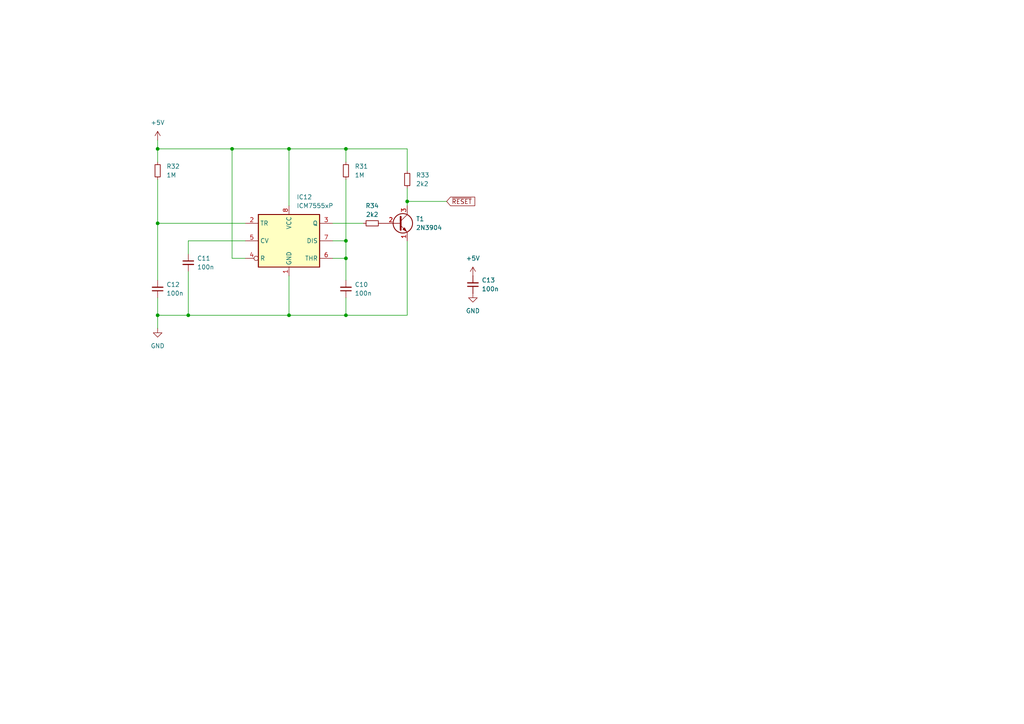
<source format=kicad_sch>
(kicad_sch
	(version 20231120)
	(generator "eeschema")
	(generator_version "8.0")
	(uuid "f11cc3a8-c8e2-4d8b-aa10-7c77c38c1199")
	(paper "A4")
	(lib_symbols
		(symbol "Device:C_Small"
			(pin_numbers hide)
			(pin_names
				(offset 0.254) hide)
			(exclude_from_sim no)
			(in_bom yes)
			(on_board yes)
			(property "Reference" "C"
				(at 0.254 1.778 0)
				(effects
					(font
						(size 1.27 1.27)
					)
					(justify left)
				)
			)
			(property "Value" "C_Small"
				(at 0.254 -2.032 0)
				(effects
					(font
						(size 1.27 1.27)
					)
					(justify left)
				)
			)
			(property "Footprint" ""
				(at 0 0 0)
				(effects
					(font
						(size 1.27 1.27)
					)
					(hide yes)
				)
			)
			(property "Datasheet" "~"
				(at 0 0 0)
				(effects
					(font
						(size 1.27 1.27)
					)
					(hide yes)
				)
			)
			(property "Description" "Unpolarized capacitor, small symbol"
				(at 0 0 0)
				(effects
					(font
						(size 1.27 1.27)
					)
					(hide yes)
				)
			)
			(property "ki_keywords" "capacitor cap"
				(at 0 0 0)
				(effects
					(font
						(size 1.27 1.27)
					)
					(hide yes)
				)
			)
			(property "ki_fp_filters" "C_*"
				(at 0 0 0)
				(effects
					(font
						(size 1.27 1.27)
					)
					(hide yes)
				)
			)
			(symbol "C_Small_0_1"
				(polyline
					(pts
						(xy -1.524 -0.508) (xy 1.524 -0.508)
					)
					(stroke
						(width 0.3302)
						(type default)
					)
					(fill
						(type none)
					)
				)
				(polyline
					(pts
						(xy -1.524 0.508) (xy 1.524 0.508)
					)
					(stroke
						(width 0.3048)
						(type default)
					)
					(fill
						(type none)
					)
				)
			)
			(symbol "C_Small_1_1"
				(pin passive line
					(at 0 2.54 270)
					(length 2.032)
					(name "~"
						(effects
							(font
								(size 1.27 1.27)
							)
						)
					)
					(number "1"
						(effects
							(font
								(size 1.27 1.27)
							)
						)
					)
				)
				(pin passive line
					(at 0 -2.54 90)
					(length 2.032)
					(name "~"
						(effects
							(font
								(size 1.27 1.27)
							)
						)
					)
					(number "2"
						(effects
							(font
								(size 1.27 1.27)
							)
						)
					)
				)
			)
		)
		(symbol "Device:R_Small"
			(pin_numbers hide)
			(pin_names
				(offset 0.254) hide)
			(exclude_from_sim no)
			(in_bom yes)
			(on_board yes)
			(property "Reference" "R"
				(at 0.762 0.508 0)
				(effects
					(font
						(size 1.27 1.27)
					)
					(justify left)
				)
			)
			(property "Value" "R_Small"
				(at 0.762 -1.016 0)
				(effects
					(font
						(size 1.27 1.27)
					)
					(justify left)
				)
			)
			(property "Footprint" ""
				(at 0 0 0)
				(effects
					(font
						(size 1.27 1.27)
					)
					(hide yes)
				)
			)
			(property "Datasheet" "~"
				(at 0 0 0)
				(effects
					(font
						(size 1.27 1.27)
					)
					(hide yes)
				)
			)
			(property "Description" "Resistor, small symbol"
				(at 0 0 0)
				(effects
					(font
						(size 1.27 1.27)
					)
					(hide yes)
				)
			)
			(property "ki_keywords" "R resistor"
				(at 0 0 0)
				(effects
					(font
						(size 1.27 1.27)
					)
					(hide yes)
				)
			)
			(property "ki_fp_filters" "R_*"
				(at 0 0 0)
				(effects
					(font
						(size 1.27 1.27)
					)
					(hide yes)
				)
			)
			(symbol "R_Small_0_1"
				(rectangle
					(start -0.762 1.778)
					(end 0.762 -1.778)
					(stroke
						(width 0.2032)
						(type default)
					)
					(fill
						(type none)
					)
				)
			)
			(symbol "R_Small_1_1"
				(pin passive line
					(at 0 2.54 270)
					(length 0.762)
					(name "~"
						(effects
							(font
								(size 1.27 1.27)
							)
						)
					)
					(number "1"
						(effects
							(font
								(size 1.27 1.27)
							)
						)
					)
				)
				(pin passive line
					(at 0 -2.54 90)
					(length 0.762)
					(name "~"
						(effects
							(font
								(size 1.27 1.27)
							)
						)
					)
					(number "2"
						(effects
							(font
								(size 1.27 1.27)
							)
						)
					)
				)
			)
		)
		(symbol "Timer:ICM7555xP"
			(exclude_from_sim no)
			(in_bom yes)
			(on_board yes)
			(property "Reference" "U"
				(at -10.16 8.89 0)
				(effects
					(font
						(size 1.27 1.27)
					)
					(justify left)
				)
			)
			(property "Value" "ICM7555xP"
				(at 2.54 8.89 0)
				(effects
					(font
						(size 1.27 1.27)
					)
					(justify left)
				)
			)
			(property "Footprint" "Package_DIP:DIP-8_W7.62mm"
				(at 16.51 -10.16 0)
				(effects
					(font
						(size 1.27 1.27)
					)
					(hide yes)
				)
			)
			(property "Datasheet" "http://www.intersil.com/content/dam/Intersil/documents/icm7/icm7555-56.pdf"
				(at 21.59 -10.16 0)
				(effects
					(font
						(size 1.27 1.27)
					)
					(hide yes)
				)
			)
			(property "Description" "CMOS General Purpose Timer, 555 compatible, PDIP-8"
				(at 0 0 0)
				(effects
					(font
						(size 1.27 1.27)
					)
					(hide yes)
				)
			)
			(property "ki_keywords" "single timer 555"
				(at 0 0 0)
				(effects
					(font
						(size 1.27 1.27)
					)
					(hide yes)
				)
			)
			(property "ki_fp_filters" "DIP*W7.62mm*"
				(at 0 0 0)
				(effects
					(font
						(size 1.27 1.27)
					)
					(hide yes)
				)
			)
			(symbol "ICM7555xP_0_0"
				(pin power_in line
					(at 0 -10.16 90)
					(length 2.54)
					(name "GND"
						(effects
							(font
								(size 1.27 1.27)
							)
						)
					)
					(number "1"
						(effects
							(font
								(size 1.27 1.27)
							)
						)
					)
				)
				(pin power_in line
					(at 0 10.16 270)
					(length 2.54)
					(name "VCC"
						(effects
							(font
								(size 1.27 1.27)
							)
						)
					)
					(number "8"
						(effects
							(font
								(size 1.27 1.27)
							)
						)
					)
				)
			)
			(symbol "ICM7555xP_0_1"
				(rectangle
					(start -8.89 -7.62)
					(end 8.89 7.62)
					(stroke
						(width 0.254)
						(type default)
					)
					(fill
						(type background)
					)
				)
				(rectangle
					(start -8.89 -7.62)
					(end 8.89 7.62)
					(stroke
						(width 0.254)
						(type default)
					)
					(fill
						(type background)
					)
				)
			)
			(symbol "ICM7555xP_1_1"
				(pin input line
					(at -12.7 5.08 0)
					(length 3.81)
					(name "TR"
						(effects
							(font
								(size 1.27 1.27)
							)
						)
					)
					(number "2"
						(effects
							(font
								(size 1.27 1.27)
							)
						)
					)
				)
				(pin output line
					(at 12.7 5.08 180)
					(length 3.81)
					(name "Q"
						(effects
							(font
								(size 1.27 1.27)
							)
						)
					)
					(number "3"
						(effects
							(font
								(size 1.27 1.27)
							)
						)
					)
				)
				(pin input inverted
					(at -12.7 -5.08 0)
					(length 3.81)
					(name "R"
						(effects
							(font
								(size 1.27 1.27)
							)
						)
					)
					(number "4"
						(effects
							(font
								(size 1.27 1.27)
							)
						)
					)
				)
				(pin input line
					(at -12.7 0 0)
					(length 3.81)
					(name "CV"
						(effects
							(font
								(size 1.27 1.27)
							)
						)
					)
					(number "5"
						(effects
							(font
								(size 1.27 1.27)
							)
						)
					)
				)
				(pin input line
					(at 12.7 -5.08 180)
					(length 3.81)
					(name "THR"
						(effects
							(font
								(size 1.27 1.27)
							)
						)
					)
					(number "6"
						(effects
							(font
								(size 1.27 1.27)
							)
						)
					)
				)
				(pin input line
					(at 12.7 0 180)
					(length 3.81)
					(name "DIS"
						(effects
							(font
								(size 1.27 1.27)
							)
						)
					)
					(number "7"
						(effects
							(font
								(size 1.27 1.27)
							)
						)
					)
				)
			)
		)
		(symbol "Transistor_BJT:2N3904"
			(pin_names
				(offset 0) hide)
			(exclude_from_sim no)
			(in_bom yes)
			(on_board yes)
			(property "Reference" "Q"
				(at 5.08 1.905 0)
				(effects
					(font
						(size 1.27 1.27)
					)
					(justify left)
				)
			)
			(property "Value" "2N3904"
				(at 5.08 0 0)
				(effects
					(font
						(size 1.27 1.27)
					)
					(justify left)
				)
			)
			(property "Footprint" "Package_TO_SOT_THT:TO-92_Inline"
				(at 5.08 -1.905 0)
				(effects
					(font
						(size 1.27 1.27)
						(italic yes)
					)
					(justify left)
					(hide yes)
				)
			)
			(property "Datasheet" "https://www.onsemi.com/pub/Collateral/2N3903-D.PDF"
				(at 0 0 0)
				(effects
					(font
						(size 1.27 1.27)
					)
					(justify left)
					(hide yes)
				)
			)
			(property "Description" "0.2A Ic, 40V Vce, Small Signal NPN Transistor, TO-92"
				(at 0 0 0)
				(effects
					(font
						(size 1.27 1.27)
					)
					(hide yes)
				)
			)
			(property "ki_keywords" "NPN Transistor"
				(at 0 0 0)
				(effects
					(font
						(size 1.27 1.27)
					)
					(hide yes)
				)
			)
			(property "ki_fp_filters" "TO?92*"
				(at 0 0 0)
				(effects
					(font
						(size 1.27 1.27)
					)
					(hide yes)
				)
			)
			(symbol "2N3904_0_1"
				(polyline
					(pts
						(xy 0.635 0.635) (xy 2.54 2.54)
					)
					(stroke
						(width 0)
						(type default)
					)
					(fill
						(type none)
					)
				)
				(polyline
					(pts
						(xy 0.635 -0.635) (xy 2.54 -2.54) (xy 2.54 -2.54)
					)
					(stroke
						(width 0)
						(type default)
					)
					(fill
						(type none)
					)
				)
				(polyline
					(pts
						(xy 0.635 1.905) (xy 0.635 -1.905) (xy 0.635 -1.905)
					)
					(stroke
						(width 0.508)
						(type default)
					)
					(fill
						(type none)
					)
				)
				(polyline
					(pts
						(xy 1.27 -1.778) (xy 1.778 -1.27) (xy 2.286 -2.286) (xy 1.27 -1.778) (xy 1.27 -1.778)
					)
					(stroke
						(width 0)
						(type default)
					)
					(fill
						(type outline)
					)
				)
				(circle
					(center 1.27 0)
					(radius 2.8194)
					(stroke
						(width 0.254)
						(type default)
					)
					(fill
						(type none)
					)
				)
			)
			(symbol "2N3904_1_1"
				(pin passive line
					(at 2.54 -5.08 90)
					(length 2.54)
					(name "E"
						(effects
							(font
								(size 1.27 1.27)
							)
						)
					)
					(number "1"
						(effects
							(font
								(size 1.27 1.27)
							)
						)
					)
				)
				(pin passive line
					(at -5.08 0 0)
					(length 5.715)
					(name "B"
						(effects
							(font
								(size 1.27 1.27)
							)
						)
					)
					(number "2"
						(effects
							(font
								(size 1.27 1.27)
							)
						)
					)
				)
				(pin passive line
					(at 2.54 5.08 270)
					(length 2.54)
					(name "C"
						(effects
							(font
								(size 1.27 1.27)
							)
						)
					)
					(number "3"
						(effects
							(font
								(size 1.27 1.27)
							)
						)
					)
				)
			)
		)
		(symbol "power:+5V"
			(power)
			(pin_numbers hide)
			(pin_names
				(offset 0) hide)
			(exclude_from_sim no)
			(in_bom yes)
			(on_board yes)
			(property "Reference" "#PWR"
				(at 0 -3.81 0)
				(effects
					(font
						(size 1.27 1.27)
					)
					(hide yes)
				)
			)
			(property "Value" "+5V"
				(at 0 3.556 0)
				(effects
					(font
						(size 1.27 1.27)
					)
				)
			)
			(property "Footprint" ""
				(at 0 0 0)
				(effects
					(font
						(size 1.27 1.27)
					)
					(hide yes)
				)
			)
			(property "Datasheet" ""
				(at 0 0 0)
				(effects
					(font
						(size 1.27 1.27)
					)
					(hide yes)
				)
			)
			(property "Description" "Power symbol creates a global label with name \"+5V\""
				(at 0 0 0)
				(effects
					(font
						(size 1.27 1.27)
					)
					(hide yes)
				)
			)
			(property "ki_keywords" "global power"
				(at 0 0 0)
				(effects
					(font
						(size 1.27 1.27)
					)
					(hide yes)
				)
			)
			(symbol "+5V_0_1"
				(polyline
					(pts
						(xy -0.762 1.27) (xy 0 2.54)
					)
					(stroke
						(width 0)
						(type default)
					)
					(fill
						(type none)
					)
				)
				(polyline
					(pts
						(xy 0 0) (xy 0 2.54)
					)
					(stroke
						(width 0)
						(type default)
					)
					(fill
						(type none)
					)
				)
				(polyline
					(pts
						(xy 0 2.54) (xy 0.762 1.27)
					)
					(stroke
						(width 0)
						(type default)
					)
					(fill
						(type none)
					)
				)
			)
			(symbol "+5V_1_1"
				(pin power_in line
					(at 0 0 90)
					(length 0)
					(name "~"
						(effects
							(font
								(size 1.27 1.27)
							)
						)
					)
					(number "1"
						(effects
							(font
								(size 1.27 1.27)
							)
						)
					)
				)
			)
		)
		(symbol "power:GND"
			(power)
			(pin_numbers hide)
			(pin_names
				(offset 0) hide)
			(exclude_from_sim no)
			(in_bom yes)
			(on_board yes)
			(property "Reference" "#PWR"
				(at 0 -6.35 0)
				(effects
					(font
						(size 1.27 1.27)
					)
					(hide yes)
				)
			)
			(property "Value" "GND"
				(at 0 -3.81 0)
				(effects
					(font
						(size 1.27 1.27)
					)
				)
			)
			(property "Footprint" ""
				(at 0 0 0)
				(effects
					(font
						(size 1.27 1.27)
					)
					(hide yes)
				)
			)
			(property "Datasheet" ""
				(at 0 0 0)
				(effects
					(font
						(size 1.27 1.27)
					)
					(hide yes)
				)
			)
			(property "Description" "Power symbol creates a global label with name \"GND\" , ground"
				(at 0 0 0)
				(effects
					(font
						(size 1.27 1.27)
					)
					(hide yes)
				)
			)
			(property "ki_keywords" "global power"
				(at 0 0 0)
				(effects
					(font
						(size 1.27 1.27)
					)
					(hide yes)
				)
			)
			(symbol "GND_0_1"
				(polyline
					(pts
						(xy 0 0) (xy 0 -1.27) (xy 1.27 -1.27) (xy 0 -2.54) (xy -1.27 -1.27) (xy 0 -1.27)
					)
					(stroke
						(width 0)
						(type default)
					)
					(fill
						(type none)
					)
				)
			)
			(symbol "GND_1_1"
				(pin power_in line
					(at 0 0 270)
					(length 0)
					(name "~"
						(effects
							(font
								(size 1.27 1.27)
							)
						)
					)
					(number "1"
						(effects
							(font
								(size 1.27 1.27)
							)
						)
					)
				)
			)
		)
	)
	(junction
		(at 45.72 91.44)
		(diameter 0)
		(color 0 0 0 0)
		(uuid "092fe940-8d5a-4465-9209-c44cff147162")
	)
	(junction
		(at 67.31 43.18)
		(diameter 0)
		(color 0 0 0 0)
		(uuid "0e028949-4647-47a2-ba89-335c5765630f")
	)
	(junction
		(at 83.82 43.18)
		(diameter 0)
		(color 0 0 0 0)
		(uuid "34f663b1-4ebd-4b7b-9552-258b9ffe5f1a")
	)
	(junction
		(at 45.72 43.18)
		(diameter 0)
		(color 0 0 0 0)
		(uuid "96f4b5ef-4db5-4e23-8993-1064f66b9ad7")
	)
	(junction
		(at 100.33 69.85)
		(diameter 0)
		(color 0 0 0 0)
		(uuid "9a5c6096-cef4-4715-8afb-6c77727e3d18")
	)
	(junction
		(at 83.82 91.44)
		(diameter 0)
		(color 0 0 0 0)
		(uuid "9d93f260-ef8a-45fd-906c-b4ec43f53ff0")
	)
	(junction
		(at 118.11 58.42)
		(diameter 0)
		(color 0 0 0 0)
		(uuid "a434ff1a-e439-4110-8600-efa55ec373de")
	)
	(junction
		(at 45.72 64.77)
		(diameter 0)
		(color 0 0 0 0)
		(uuid "c2ae3b7b-d396-438c-bf48-02dd56c8e2b1")
	)
	(junction
		(at 54.61 91.44)
		(diameter 0)
		(color 0 0 0 0)
		(uuid "ca7d8035-887b-4c8b-9ec5-74b78641a6ee")
	)
	(junction
		(at 100.33 43.18)
		(diameter 0)
		(color 0 0 0 0)
		(uuid "cd51e4a3-58ad-455f-af05-074fc191ef60")
	)
	(junction
		(at 100.33 74.93)
		(diameter 0)
		(color 0 0 0 0)
		(uuid "eed96641-22f5-40fa-a4d2-c908a407d36b")
	)
	(junction
		(at 100.33 91.44)
		(diameter 0)
		(color 0 0 0 0)
		(uuid "f68df072-d97a-47d2-b628-8d713abdcb32")
	)
	(wire
		(pts
			(xy 83.82 43.18) (xy 100.33 43.18)
		)
		(stroke
			(width 0)
			(type default)
		)
		(uuid "0244ab54-77bb-40f3-a210-453253f6be03")
	)
	(wire
		(pts
			(xy 45.72 91.44) (xy 54.61 91.44)
		)
		(stroke
			(width 0)
			(type default)
		)
		(uuid "0428df6a-a988-407f-b5c1-c0275d1e633d")
	)
	(wire
		(pts
			(xy 54.61 69.85) (xy 54.61 73.66)
		)
		(stroke
			(width 0)
			(type default)
		)
		(uuid "0c222b31-87ca-4682-a199-a9230bde69f9")
	)
	(wire
		(pts
			(xy 71.12 69.85) (xy 54.61 69.85)
		)
		(stroke
			(width 0)
			(type default)
		)
		(uuid "1274a553-d719-47d1-8ad4-96c3ae4f0755")
	)
	(wire
		(pts
			(xy 45.72 40.64) (xy 45.72 43.18)
		)
		(stroke
			(width 0)
			(type default)
		)
		(uuid "15f20e40-6e2d-40d8-97b4-bb40c54f96c0")
	)
	(wire
		(pts
			(xy 96.52 64.77) (xy 105.41 64.77)
		)
		(stroke
			(width 0)
			(type default)
		)
		(uuid "1fe799f5-d0da-4f5e-85c2-dbe310841632")
	)
	(wire
		(pts
			(xy 100.33 74.93) (xy 96.52 74.93)
		)
		(stroke
			(width 0)
			(type default)
		)
		(uuid "2337ef90-e73b-41b4-8477-c47598460cad")
	)
	(wire
		(pts
			(xy 100.33 69.85) (xy 100.33 74.93)
		)
		(stroke
			(width 0)
			(type default)
		)
		(uuid "25ff14c5-dc54-441f-935e-498f7f1e0a15")
	)
	(wire
		(pts
			(xy 83.82 80.01) (xy 83.82 91.44)
		)
		(stroke
			(width 0)
			(type default)
		)
		(uuid "27b3e09f-97e5-4144-811a-cb04be03d33e")
	)
	(wire
		(pts
			(xy 71.12 74.93) (xy 67.31 74.93)
		)
		(stroke
			(width 0)
			(type default)
		)
		(uuid "28179672-5b12-424d-a5a7-1b92bbdcf586")
	)
	(wire
		(pts
			(xy 45.72 86.36) (xy 45.72 91.44)
		)
		(stroke
			(width 0)
			(type default)
		)
		(uuid "29764748-f69b-44bf-ac46-7c8cb68a905e")
	)
	(wire
		(pts
			(xy 45.72 43.18) (xy 67.31 43.18)
		)
		(stroke
			(width 0)
			(type default)
		)
		(uuid "2bf7caa7-7695-4900-9f38-442d18bcd98d")
	)
	(wire
		(pts
			(xy 100.33 91.44) (xy 118.11 91.44)
		)
		(stroke
			(width 0)
			(type default)
		)
		(uuid "2ce65e47-8eb0-4a82-b1f7-942da33c7e2d")
	)
	(wire
		(pts
			(xy 100.33 74.93) (xy 100.33 81.28)
		)
		(stroke
			(width 0)
			(type default)
		)
		(uuid "41d0e2e5-06fc-4247-a636-4f0050c4c2d9")
	)
	(wire
		(pts
			(xy 118.11 58.42) (xy 129.54 58.42)
		)
		(stroke
			(width 0)
			(type default)
		)
		(uuid "4905027d-c129-4be4-8192-dfe6af19e2bc")
	)
	(wire
		(pts
			(xy 118.11 49.53) (xy 118.11 43.18)
		)
		(stroke
			(width 0)
			(type default)
		)
		(uuid "5728032f-15ba-4849-b889-7680637b60df")
	)
	(wire
		(pts
			(xy 54.61 91.44) (xy 83.82 91.44)
		)
		(stroke
			(width 0)
			(type default)
		)
		(uuid "5b70970f-59ad-4542-9b2c-85eb005e7164")
	)
	(wire
		(pts
			(xy 45.72 95.25) (xy 45.72 91.44)
		)
		(stroke
			(width 0)
			(type default)
		)
		(uuid "6249f1ca-b600-4c49-8815-5917dbed8c9c")
	)
	(wire
		(pts
			(xy 45.72 43.18) (xy 45.72 46.99)
		)
		(stroke
			(width 0)
			(type default)
		)
		(uuid "66f4f404-cde5-40b5-a20c-1487bb04ff48")
	)
	(wire
		(pts
			(xy 45.72 64.77) (xy 71.12 64.77)
		)
		(stroke
			(width 0)
			(type default)
		)
		(uuid "6d8211d7-a903-445e-9567-7bf5ba289534")
	)
	(wire
		(pts
			(xy 96.52 69.85) (xy 100.33 69.85)
		)
		(stroke
			(width 0)
			(type default)
		)
		(uuid "7e295021-867b-4e29-9b29-4248883161fa")
	)
	(wire
		(pts
			(xy 100.33 52.07) (xy 100.33 69.85)
		)
		(stroke
			(width 0)
			(type default)
		)
		(uuid "7e405521-249a-452b-b516-644db19b677a")
	)
	(wire
		(pts
			(xy 67.31 43.18) (xy 83.82 43.18)
		)
		(stroke
			(width 0)
			(type default)
		)
		(uuid "9092d81d-d3e8-4a7c-8067-44f2fd95783c")
	)
	(wire
		(pts
			(xy 54.61 78.74) (xy 54.61 91.44)
		)
		(stroke
			(width 0)
			(type default)
		)
		(uuid "92bec03f-6166-48a1-8af0-139ce7d7d5a8")
	)
	(wire
		(pts
			(xy 45.72 52.07) (xy 45.72 64.77)
		)
		(stroke
			(width 0)
			(type default)
		)
		(uuid "9c76ac8b-c8de-4aab-8015-9fe42f62f4c0")
	)
	(wire
		(pts
			(xy 118.11 91.44) (xy 118.11 69.85)
		)
		(stroke
			(width 0)
			(type default)
		)
		(uuid "9f0cb3ac-39af-45da-a505-9a807e36ac11")
	)
	(wire
		(pts
			(xy 83.82 59.69) (xy 83.82 43.18)
		)
		(stroke
			(width 0)
			(type default)
		)
		(uuid "a087f411-2d4f-4c50-9f83-34345ea6dac0")
	)
	(wire
		(pts
			(xy 45.72 81.28) (xy 45.72 64.77)
		)
		(stroke
			(width 0)
			(type default)
		)
		(uuid "b5a6fd44-30f1-4b46-90ee-36cbdadd9ea8")
	)
	(wire
		(pts
			(xy 118.11 58.42) (xy 118.11 59.69)
		)
		(stroke
			(width 0)
			(type default)
		)
		(uuid "ba0978a6-36c9-478f-8a2e-9baa77e095ca")
	)
	(wire
		(pts
			(xy 83.82 91.44) (xy 100.33 91.44)
		)
		(stroke
			(width 0)
			(type default)
		)
		(uuid "c01d9a15-2c14-44fb-9e31-5b52c899ac59")
	)
	(wire
		(pts
			(xy 100.33 43.18) (xy 100.33 46.99)
		)
		(stroke
			(width 0)
			(type default)
		)
		(uuid "c35a57b5-24c4-4ee0-bda1-6eafce0515ca")
	)
	(wire
		(pts
			(xy 100.33 86.36) (xy 100.33 91.44)
		)
		(stroke
			(width 0)
			(type default)
		)
		(uuid "e24ef5c2-8d60-4216-b79c-2be8bdd55e9d")
	)
	(wire
		(pts
			(xy 118.11 54.61) (xy 118.11 58.42)
		)
		(stroke
			(width 0)
			(type default)
		)
		(uuid "ed1561f7-9d61-4571-af74-c9cbccb0149d")
	)
	(wire
		(pts
			(xy 67.31 74.93) (xy 67.31 43.18)
		)
		(stroke
			(width 0)
			(type default)
		)
		(uuid "f22c5259-4880-4e76-8a9e-bf8ffc258804")
	)
	(wire
		(pts
			(xy 100.33 43.18) (xy 118.11 43.18)
		)
		(stroke
			(width 0)
			(type default)
		)
		(uuid "fb624e79-3680-44ae-a161-465d87bf5110")
	)
	(global_label "~{RESET}"
		(shape input)
		(at 129.54 58.42 0)
		(fields_autoplaced yes)
		(effects
			(font
				(size 1.27 1.27)
			)
			(justify left)
		)
		(uuid "479bda92-ba0c-48f5-b674-88686ead9ee3")
		(property "Intersheetrefs" "${INTERSHEET_REFS}"
			(at 138.2703 58.42 0)
			(effects
				(font
					(size 1.27 1.27)
				)
				(justify left)
				(hide yes)
			)
		)
	)
	(symbol
		(lib_id "power:+5V")
		(at 137.16 80.01 0)
		(unit 1)
		(exclude_from_sim no)
		(in_bom yes)
		(on_board yes)
		(dnp no)
		(fields_autoplaced yes)
		(uuid "17bc6b41-e255-4326-88f3-f59005c54412")
		(property "Reference" "#PWR077"
			(at 137.16 83.82 0)
			(effects
				(font
					(size 1.27 1.27)
				)
				(hide yes)
			)
		)
		(property "Value" "+5V"
			(at 137.16 74.93 0)
			(effects
				(font
					(size 1.27 1.27)
				)
			)
		)
		(property "Footprint" ""
			(at 137.16 80.01 0)
			(effects
				(font
					(size 1.27 1.27)
				)
				(hide yes)
			)
		)
		(property "Datasheet" ""
			(at 137.16 80.01 0)
			(effects
				(font
					(size 1.27 1.27)
				)
				(hide yes)
			)
		)
		(property "Description" "Power symbol creates a global label with name \"+5V\""
			(at 137.16 80.01 0)
			(effects
				(font
					(size 1.27 1.27)
				)
				(hide yes)
			)
		)
		(pin "1"
			(uuid "8d6749a1-d692-41fc-a9b3-93ecc83b826d")
		)
		(instances
			(project "Oriclone"
				(path "/28c317e7-0d18-4677-9992-e0b587dfd665/63180148-f2b8-493c-a0c2-621ce4ec5bd0"
					(reference "#PWR077")
					(unit 1)
				)
			)
		)
	)
	(symbol
		(lib_id "Device:C_Small")
		(at 45.72 83.82 180)
		(unit 1)
		(exclude_from_sim no)
		(in_bom yes)
		(on_board yes)
		(dnp no)
		(fields_autoplaced yes)
		(uuid "18c5f4bb-10f5-4912-b3c5-20e1c5fb39d5")
		(property "Reference" "C12"
			(at 48.26 82.5435 0)
			(effects
				(font
					(size 1.27 1.27)
				)
				(justify right)
			)
		)
		(property "Value" "100n"
			(at 48.26 85.0835 0)
			(effects
				(font
					(size 1.27 1.27)
				)
				(justify right)
			)
		)
		(property "Footprint" "Capacitor_THT:C_Disc_D5.0mm_W2.5mm_P5.00mm"
			(at 45.72 83.82 0)
			(effects
				(font
					(size 1.27 1.27)
				)
				(hide yes)
			)
		)
		(property "Datasheet" "~"
			(at 45.72 83.82 0)
			(effects
				(font
					(size 1.27 1.27)
				)
				(hide yes)
			)
		)
		(property "Description" "Unpolarized capacitor, small symbol"
			(at 45.72 83.82 0)
			(effects
				(font
					(size 1.27 1.27)
				)
				(hide yes)
			)
		)
		(pin "1"
			(uuid "86df3dda-9795-49f4-8a2e-a26d1cf8fb70")
		)
		(pin "2"
			(uuid "8345f7da-c77d-4bdb-baa0-445ea91ca7c7")
		)
		(instances
			(project "Oriclone"
				(path "/28c317e7-0d18-4677-9992-e0b587dfd665/63180148-f2b8-493c-a0c2-621ce4ec5bd0"
					(reference "C12")
					(unit 1)
				)
			)
		)
	)
	(symbol
		(lib_id "Timer:ICM7555xP")
		(at 83.82 69.85 0)
		(unit 1)
		(exclude_from_sim no)
		(in_bom yes)
		(on_board yes)
		(dnp no)
		(fields_autoplaced yes)
		(uuid "20332742-96bd-4408-a9cf-0753105394f1")
		(property "Reference" "IC12"
			(at 86.0141 57.15 0)
			(effects
				(font
					(size 1.27 1.27)
				)
				(justify left)
			)
		)
		(property "Value" "ICM7555xP"
			(at 86.0141 59.69 0)
			(effects
				(font
					(size 1.27 1.27)
				)
				(justify left)
			)
		)
		(property "Footprint" "Package_DIP:DIP-8_W7.62mm"
			(at 100.33 80.01 0)
			(effects
				(font
					(size 1.27 1.27)
				)
				(hide yes)
			)
		)
		(property "Datasheet" "http://www.intersil.com/content/dam/Intersil/documents/icm7/icm7555-56.pdf"
			(at 105.41 80.01 0)
			(effects
				(font
					(size 1.27 1.27)
				)
				(hide yes)
			)
		)
		(property "Description" "CMOS General Purpose Timer, 555 compatible, PDIP-8"
			(at 83.82 69.85 0)
			(effects
				(font
					(size 1.27 1.27)
				)
				(hide yes)
			)
		)
		(pin "1"
			(uuid "5f956d42-aba8-4ae4-bd1e-16d78caf855e")
		)
		(pin "4"
			(uuid "cea46a58-46ba-40f2-b3ae-8d9c420d4dc5")
		)
		(pin "6"
			(uuid "8f058598-aa4d-420f-b783-52a230053f76")
		)
		(pin "8"
			(uuid "8a9b483e-43e7-4548-969b-1cc4f9316f90")
		)
		(pin "3"
			(uuid "5f81acc4-219b-4187-8e93-e7b5b323c381")
		)
		(pin "7"
			(uuid "7e6efb16-5328-4a69-8238-481ac34e1a48")
		)
		(pin "2"
			(uuid "cc8c6d13-2716-4578-b900-dc6ef7f5914b")
		)
		(pin "5"
			(uuid "4b16eb35-0ad3-4a6c-ac8e-6973999da221")
		)
		(instances
			(project ""
				(path "/28c317e7-0d18-4677-9992-e0b587dfd665/63180148-f2b8-493c-a0c2-621ce4ec5bd0"
					(reference "IC12")
					(unit 1)
				)
			)
		)
	)
	(symbol
		(lib_id "Device:R_Small")
		(at 118.11 52.07 180)
		(unit 1)
		(exclude_from_sim no)
		(in_bom yes)
		(on_board yes)
		(dnp no)
		(fields_autoplaced yes)
		(uuid "288669e1-2bcc-4600-9abc-d25f3554ca75")
		(property "Reference" "R33"
			(at 120.65 50.7999 0)
			(effects
				(font
					(size 1.27 1.27)
				)
				(justify right)
			)
		)
		(property "Value" "2k2"
			(at 120.65 53.3399 0)
			(effects
				(font
					(size 1.27 1.27)
				)
				(justify right)
			)
		)
		(property "Footprint" "Resistor_THT:R_Axial_DIN0207_L6.3mm_D2.5mm_P7.62mm_Horizontal"
			(at 118.11 52.07 0)
			(effects
				(font
					(size 1.27 1.27)
				)
				(hide yes)
			)
		)
		(property "Datasheet" "~"
			(at 118.11 52.07 0)
			(effects
				(font
					(size 1.27 1.27)
				)
				(hide yes)
			)
		)
		(property "Description" "Resistor, small symbol"
			(at 118.11 52.07 0)
			(effects
				(font
					(size 1.27 1.27)
				)
				(hide yes)
			)
		)
		(pin "2"
			(uuid "24cd0c5c-dc49-45ce-a1e5-e413954d5288")
		)
		(pin "1"
			(uuid "ce127912-e81b-4b92-bfa1-0be4308efcc1")
		)
		(instances
			(project "Oriclone"
				(path "/28c317e7-0d18-4677-9992-e0b587dfd665/63180148-f2b8-493c-a0c2-621ce4ec5bd0"
					(reference "R33")
					(unit 1)
				)
			)
		)
	)
	(symbol
		(lib_id "power:GND")
		(at 45.72 95.25 0)
		(unit 1)
		(exclude_from_sim no)
		(in_bom yes)
		(on_board yes)
		(dnp no)
		(fields_autoplaced yes)
		(uuid "3a0636a8-cef4-46f0-9618-4d265ccd0ece")
		(property "Reference" "#PWR076"
			(at 45.72 101.6 0)
			(effects
				(font
					(size 1.27 1.27)
				)
				(hide yes)
			)
		)
		(property "Value" "GND"
			(at 45.72 100.33 0)
			(effects
				(font
					(size 1.27 1.27)
				)
			)
		)
		(property "Footprint" ""
			(at 45.72 95.25 0)
			(effects
				(font
					(size 1.27 1.27)
				)
				(hide yes)
			)
		)
		(property "Datasheet" ""
			(at 45.72 95.25 0)
			(effects
				(font
					(size 1.27 1.27)
				)
				(hide yes)
			)
		)
		(property "Description" "Power symbol creates a global label with name \"GND\" , ground"
			(at 45.72 95.25 0)
			(effects
				(font
					(size 1.27 1.27)
				)
				(hide yes)
			)
		)
		(pin "1"
			(uuid "4256adb5-518a-4690-957c-cc99be72885e")
		)
		(instances
			(project ""
				(path "/28c317e7-0d18-4677-9992-e0b587dfd665/63180148-f2b8-493c-a0c2-621ce4ec5bd0"
					(reference "#PWR076")
					(unit 1)
				)
			)
		)
	)
	(symbol
		(lib_id "power:+5V")
		(at 45.72 40.64 0)
		(unit 1)
		(exclude_from_sim no)
		(in_bom yes)
		(on_board yes)
		(dnp no)
		(fields_autoplaced yes)
		(uuid "3b510a04-5744-4e95-ab74-008f329a2a27")
		(property "Reference" "#PWR075"
			(at 45.72 44.45 0)
			(effects
				(font
					(size 1.27 1.27)
				)
				(hide yes)
			)
		)
		(property "Value" "+5V"
			(at 45.72 35.56 0)
			(effects
				(font
					(size 1.27 1.27)
				)
			)
		)
		(property "Footprint" ""
			(at 45.72 40.64 0)
			(effects
				(font
					(size 1.27 1.27)
				)
				(hide yes)
			)
		)
		(property "Datasheet" ""
			(at 45.72 40.64 0)
			(effects
				(font
					(size 1.27 1.27)
				)
				(hide yes)
			)
		)
		(property "Description" "Power symbol creates a global label with name \"+5V\""
			(at 45.72 40.64 0)
			(effects
				(font
					(size 1.27 1.27)
				)
				(hide yes)
			)
		)
		(pin "1"
			(uuid "15409700-3c43-442d-9330-bf79008c7ab9")
		)
		(instances
			(project ""
				(path "/28c317e7-0d18-4677-9992-e0b587dfd665/63180148-f2b8-493c-a0c2-621ce4ec5bd0"
					(reference "#PWR075")
					(unit 1)
				)
			)
		)
	)
	(symbol
		(lib_id "Device:R_Small")
		(at 100.33 49.53 180)
		(unit 1)
		(exclude_from_sim no)
		(in_bom yes)
		(on_board yes)
		(dnp no)
		(fields_autoplaced yes)
		(uuid "40eb7b1b-507c-483e-bdac-bc1a025cf08e")
		(property "Reference" "R31"
			(at 102.87 48.2599 0)
			(effects
				(font
					(size 1.27 1.27)
				)
				(justify right)
			)
		)
		(property "Value" "1M"
			(at 102.87 50.7999 0)
			(effects
				(font
					(size 1.27 1.27)
				)
				(justify right)
			)
		)
		(property "Footprint" "Resistor_THT:R_Axial_DIN0207_L6.3mm_D2.5mm_P7.62mm_Horizontal"
			(at 100.33 49.53 0)
			(effects
				(font
					(size 1.27 1.27)
				)
				(hide yes)
			)
		)
		(property "Datasheet" "~"
			(at 100.33 49.53 0)
			(effects
				(font
					(size 1.27 1.27)
				)
				(hide yes)
			)
		)
		(property "Description" "Resistor, small symbol"
			(at 100.33 49.53 0)
			(effects
				(font
					(size 1.27 1.27)
				)
				(hide yes)
			)
		)
		(pin "2"
			(uuid "edf94883-6e82-4cf6-b760-d8adb8ebebc1")
		)
		(pin "1"
			(uuid "74297932-22c9-45ff-b5de-b73654857d30")
		)
		(instances
			(project "Oriclone"
				(path "/28c317e7-0d18-4677-9992-e0b587dfd665/63180148-f2b8-493c-a0c2-621ce4ec5bd0"
					(reference "R31")
					(unit 1)
				)
			)
		)
	)
	(symbol
		(lib_id "Device:R_Small")
		(at 45.72 49.53 180)
		(unit 1)
		(exclude_from_sim no)
		(in_bom yes)
		(on_board yes)
		(dnp no)
		(fields_autoplaced yes)
		(uuid "45ee45ed-a9ff-4d41-8df9-c23e567cab82")
		(property "Reference" "R32"
			(at 48.26 48.2599 0)
			(effects
				(font
					(size 1.27 1.27)
				)
				(justify right)
			)
		)
		(property "Value" "1M"
			(at 48.26 50.7999 0)
			(effects
				(font
					(size 1.27 1.27)
				)
				(justify right)
			)
		)
		(property "Footprint" "Resistor_THT:R_Axial_DIN0207_L6.3mm_D2.5mm_P7.62mm_Horizontal"
			(at 45.72 49.53 0)
			(effects
				(font
					(size 1.27 1.27)
				)
				(hide yes)
			)
		)
		(property "Datasheet" "~"
			(at 45.72 49.53 0)
			(effects
				(font
					(size 1.27 1.27)
				)
				(hide yes)
			)
		)
		(property "Description" "Resistor, small symbol"
			(at 45.72 49.53 0)
			(effects
				(font
					(size 1.27 1.27)
				)
				(hide yes)
			)
		)
		(pin "2"
			(uuid "66ff7528-c6cb-4d73-8d29-7dfb30b04318")
		)
		(pin "1"
			(uuid "9e173274-4263-41f1-9e55-85bd592f1ce5")
		)
		(instances
			(project "Oriclone"
				(path "/28c317e7-0d18-4677-9992-e0b587dfd665/63180148-f2b8-493c-a0c2-621ce4ec5bd0"
					(reference "R32")
					(unit 1)
				)
			)
		)
	)
	(symbol
		(lib_id "Device:R_Small")
		(at 107.95 64.77 90)
		(unit 1)
		(exclude_from_sim no)
		(in_bom yes)
		(on_board yes)
		(dnp no)
		(fields_autoplaced yes)
		(uuid "47531cb6-06b9-43b8-b5b2-0b37f54fd258")
		(property "Reference" "R34"
			(at 107.95 59.69 90)
			(effects
				(font
					(size 1.27 1.27)
				)
			)
		)
		(property "Value" "2k2"
			(at 107.95 62.23 90)
			(effects
				(font
					(size 1.27 1.27)
				)
			)
		)
		(property "Footprint" "Resistor_THT:R_Axial_DIN0207_L6.3mm_D2.5mm_P7.62mm_Horizontal"
			(at 107.95 64.77 0)
			(effects
				(font
					(size 1.27 1.27)
				)
				(hide yes)
			)
		)
		(property "Datasheet" "~"
			(at 107.95 64.77 0)
			(effects
				(font
					(size 1.27 1.27)
				)
				(hide yes)
			)
		)
		(property "Description" "Resistor, small symbol"
			(at 107.95 64.77 0)
			(effects
				(font
					(size 1.27 1.27)
				)
				(hide yes)
			)
		)
		(pin "2"
			(uuid "50df3329-f934-4f22-850b-8deff3fde5b5")
		)
		(pin "1"
			(uuid "2569ca19-0836-4d3d-80f7-bbc0211fc962")
		)
		(instances
			(project "Oriclone"
				(path "/28c317e7-0d18-4677-9992-e0b587dfd665/63180148-f2b8-493c-a0c2-621ce4ec5bd0"
					(reference "R34")
					(unit 1)
				)
			)
		)
	)
	(symbol
		(lib_id "Transistor_BJT:2N3904")
		(at 115.57 64.77 0)
		(unit 1)
		(exclude_from_sim no)
		(in_bom yes)
		(on_board yes)
		(dnp no)
		(uuid "540315d8-cb8f-48d5-8703-f073438bb4de")
		(property "Reference" "T1"
			(at 120.65 63.4999 0)
			(effects
				(font
					(size 1.27 1.27)
				)
				(justify left)
			)
		)
		(property "Value" "2N3904"
			(at 120.65 66.0399 0)
			(effects
				(font
					(size 1.27 1.27)
				)
				(justify left)
			)
		)
		(property "Footprint" "Package_TO_SOT_THT:TO-92_Inline"
			(at 120.65 66.675 0)
			(effects
				(font
					(size 1.27 1.27)
					(italic yes)
				)
				(justify left)
				(hide yes)
			)
		)
		(property "Datasheet" "https://www.onsemi.com/pub/Collateral/2N3903-D.PDF"
			(at 115.57 64.77 0)
			(effects
				(font
					(size 1.27 1.27)
				)
				(justify left)
				(hide yes)
			)
		)
		(property "Description" "0.2A Ic, 40V Vce, Small Signal NPN Transistor, TO-92"
			(at 115.57 64.77 0)
			(effects
				(font
					(size 1.27 1.27)
				)
				(hide yes)
			)
		)
		(pin "1"
			(uuid "00e9034f-3f5f-4e5c-8765-d02676249922")
		)
		(pin "2"
			(uuid "7a78fd4d-4856-4dcd-b025-5518cbaa4902")
		)
		(pin "3"
			(uuid "dbd07709-f1a1-4313-a8f3-c4bc72e4601e")
		)
		(instances
			(project "Oriclone"
				(path "/28c317e7-0d18-4677-9992-e0b587dfd665/63180148-f2b8-493c-a0c2-621ce4ec5bd0"
					(reference "T1")
					(unit 1)
				)
			)
		)
	)
	(symbol
		(lib_id "Device:C_Small")
		(at 54.61 76.2 0)
		(unit 1)
		(exclude_from_sim no)
		(in_bom yes)
		(on_board yes)
		(dnp no)
		(fields_autoplaced yes)
		(uuid "883fca11-2db1-430c-bcc4-55e4cabde430")
		(property "Reference" "C11"
			(at 57.15 74.9362 0)
			(effects
				(font
					(size 1.27 1.27)
				)
				(justify left)
			)
		)
		(property "Value" "100n"
			(at 57.15 77.4762 0)
			(effects
				(font
					(size 1.27 1.27)
				)
				(justify left)
			)
		)
		(property "Footprint" "Capacitor_THT:C_Disc_D5.0mm_W2.5mm_P5.00mm"
			(at 54.61 76.2 0)
			(effects
				(font
					(size 1.27 1.27)
				)
				(hide yes)
			)
		)
		(property "Datasheet" "~"
			(at 54.61 76.2 0)
			(effects
				(font
					(size 1.27 1.27)
				)
				(hide yes)
			)
		)
		(property "Description" "Unpolarized capacitor, small symbol"
			(at 54.61 76.2 0)
			(effects
				(font
					(size 1.27 1.27)
				)
				(hide yes)
			)
		)
		(pin "1"
			(uuid "dd6f2595-5a93-47e1-ac9b-343d0937516d")
		)
		(pin "2"
			(uuid "29773929-bf85-4524-9718-728a6361bee5")
		)
		(instances
			(project "Oriclone"
				(path "/28c317e7-0d18-4677-9992-e0b587dfd665/63180148-f2b8-493c-a0c2-621ce4ec5bd0"
					(reference "C11")
					(unit 1)
				)
			)
		)
	)
	(symbol
		(lib_id "Device:C_Small")
		(at 137.16 82.55 180)
		(unit 1)
		(exclude_from_sim no)
		(in_bom yes)
		(on_board yes)
		(dnp no)
		(fields_autoplaced yes)
		(uuid "9149687f-ad43-411d-8200-7aa27da74b59")
		(property "Reference" "C13"
			(at 139.7 81.2735 0)
			(effects
				(font
					(size 1.27 1.27)
				)
				(justify right)
			)
		)
		(property "Value" "100n"
			(at 139.7 83.8135 0)
			(effects
				(font
					(size 1.27 1.27)
				)
				(justify right)
			)
		)
		(property "Footprint" "Capacitor_THT:C_Disc_D5.0mm_W2.5mm_P5.00mm"
			(at 137.16 82.55 0)
			(effects
				(font
					(size 1.27 1.27)
				)
				(hide yes)
			)
		)
		(property "Datasheet" "~"
			(at 137.16 82.55 0)
			(effects
				(font
					(size 1.27 1.27)
				)
				(hide yes)
			)
		)
		(property "Description" "Unpolarized capacitor, small symbol"
			(at 137.16 82.55 0)
			(effects
				(font
					(size 1.27 1.27)
				)
				(hide yes)
			)
		)
		(pin "1"
			(uuid "c8e52835-a181-4006-9aff-418181105f54")
		)
		(pin "2"
			(uuid "3362d609-3dfc-4e66-95f7-5f22d923c1d8")
		)
		(instances
			(project "Oriclone"
				(path "/28c317e7-0d18-4677-9992-e0b587dfd665/63180148-f2b8-493c-a0c2-621ce4ec5bd0"
					(reference "C13")
					(unit 1)
				)
			)
		)
	)
	(symbol
		(lib_id "Device:C_Small")
		(at 100.33 83.82 180)
		(unit 1)
		(exclude_from_sim no)
		(in_bom yes)
		(on_board yes)
		(dnp no)
		(fields_autoplaced yes)
		(uuid "d97fb7cc-0a25-43ad-ace0-a4e6e85bab93")
		(property "Reference" "C10"
			(at 102.87 82.5435 0)
			(effects
				(font
					(size 1.27 1.27)
				)
				(justify right)
			)
		)
		(property "Value" "100n"
			(at 102.87 85.0835 0)
			(effects
				(font
					(size 1.27 1.27)
				)
				(justify right)
			)
		)
		(property "Footprint" "Capacitor_THT:C_Disc_D5.0mm_W2.5mm_P5.00mm"
			(at 100.33 83.82 0)
			(effects
				(font
					(size 1.27 1.27)
				)
				(hide yes)
			)
		)
		(property "Datasheet" "~"
			(at 100.33 83.82 0)
			(effects
				(font
					(size 1.27 1.27)
				)
				(hide yes)
			)
		)
		(property "Description" "Unpolarized capacitor, small symbol"
			(at 100.33 83.82 0)
			(effects
				(font
					(size 1.27 1.27)
				)
				(hide yes)
			)
		)
		(pin "1"
			(uuid "49ffc5aa-09b8-4a87-8122-0c839dc57627")
		)
		(pin "2"
			(uuid "be55ccdc-be55-4a12-a646-e44e31d72707")
		)
		(instances
			(project "Oriclone"
				(path "/28c317e7-0d18-4677-9992-e0b587dfd665/63180148-f2b8-493c-a0c2-621ce4ec5bd0"
					(reference "C10")
					(unit 1)
				)
			)
		)
	)
	(symbol
		(lib_id "power:GND")
		(at 137.16 85.09 0)
		(unit 1)
		(exclude_from_sim no)
		(in_bom yes)
		(on_board yes)
		(dnp no)
		(fields_autoplaced yes)
		(uuid "f8db4298-0b1b-462f-b788-eb47c5b2ca72")
		(property "Reference" "#PWR078"
			(at 137.16 91.44 0)
			(effects
				(font
					(size 1.27 1.27)
				)
				(hide yes)
			)
		)
		(property "Value" "GND"
			(at 137.16 90.17 0)
			(effects
				(font
					(size 1.27 1.27)
				)
			)
		)
		(property "Footprint" ""
			(at 137.16 85.09 0)
			(effects
				(font
					(size 1.27 1.27)
				)
				(hide yes)
			)
		)
		(property "Datasheet" ""
			(at 137.16 85.09 0)
			(effects
				(font
					(size 1.27 1.27)
				)
				(hide yes)
			)
		)
		(property "Description" "Power symbol creates a global label with name \"GND\" , ground"
			(at 137.16 85.09 0)
			(effects
				(font
					(size 1.27 1.27)
				)
				(hide yes)
			)
		)
		(pin "1"
			(uuid "24640b21-f7b4-43ee-9dcf-6e5d1b8c2830")
		)
		(instances
			(project "Oriclone"
				(path "/28c317e7-0d18-4677-9992-e0b587dfd665/63180148-f2b8-493c-a0c2-621ce4ec5bd0"
					(reference "#PWR078")
					(unit 1)
				)
			)
		)
	)
)

</source>
